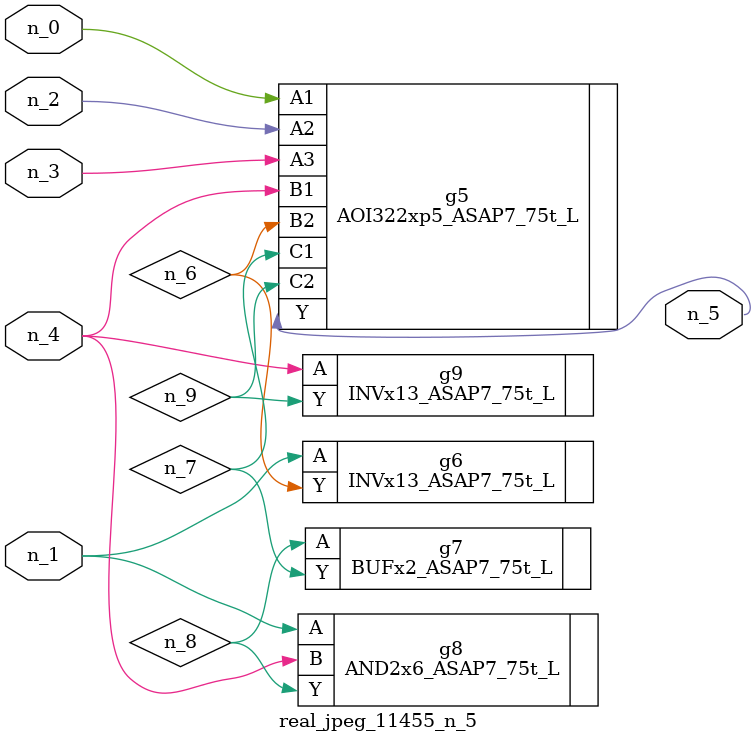
<source format=v>
module real_jpeg_11455_n_5 (n_4, n_0, n_1, n_2, n_3, n_5);

input n_4;
input n_0;
input n_1;
input n_2;
input n_3;

output n_5;

wire n_8;
wire n_6;
wire n_7;
wire n_9;

AOI322xp5_ASAP7_75t_L g5 ( 
.A1(n_0),
.A2(n_2),
.A3(n_3),
.B1(n_4),
.B2(n_6),
.C1(n_7),
.C2(n_9),
.Y(n_5)
);

INVx13_ASAP7_75t_L g6 ( 
.A(n_1),
.Y(n_6)
);

AND2x6_ASAP7_75t_L g8 ( 
.A(n_1),
.B(n_4),
.Y(n_8)
);

INVx13_ASAP7_75t_L g9 ( 
.A(n_4),
.Y(n_9)
);

BUFx2_ASAP7_75t_L g7 ( 
.A(n_8),
.Y(n_7)
);


endmodule
</source>
